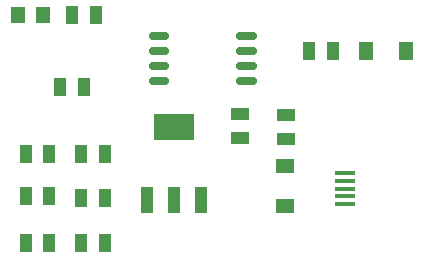
<source format=gtp>
G04 Layer: TopPasteMaskLayer*
G04 EasyEDA v6.3.53, 2020-06-11T19:48:03+08:00*
G04 f0918c685c5a4818851a522c051890eb,45e1048b23574a55a66a4e5d38cdb7dd,10*
G04 Gerber Generator version 0.2*
G04 Scale: 100 percent, Rotated: No, Reflected: No *
G04 Dimensions in inches *
G04 leading zeros omitted , absolute positions ,2 integer and 4 decimal *
%FSLAX24Y24*%
%MOIN*%
G90*
G70D02*

%ADD13C,0.025591*%
%ADD15R,0.051200X0.055100*%
%ADD16R,0.039370X0.061024*%
%ADD17R,0.061024X0.039370*%
%ADD18R,0.059055X0.051181*%
%ADD19R,0.051181X0.059055*%
%ADD20R,0.070866X0.016929*%
%ADD21R,0.137795X0.086614*%
%ADD22R,0.043307X0.086614*%

%LPD*%
G54D13*
G01X8200Y6600D02*
G01X8613Y6600D01*
G01X8200Y7100D02*
G01X8613Y7100D01*
G01X8200Y7600D02*
G01X8613Y7600D01*
G01X8200Y8100D02*
G01X8613Y8100D01*
G01X5286Y6600D02*
G01X5699Y6600D01*
G01X5286Y7100D02*
G01X5699Y7100D01*
G01X5286Y7600D02*
G01X5699Y7600D01*
G01X5286Y8100D02*
G01X5699Y8100D01*
G54D15*
G01X1613Y8800D03*
G01X786Y8800D03*
G54D16*
G01X2993Y6400D03*
G01X2206Y6400D03*
G54D17*
G01X9725Y4656D03*
G01X9725Y5443D03*
G54D16*
G01X11293Y7600D03*
G01X10506Y7600D03*
G54D18*
G01X9700Y2430D03*
G01X9700Y3769D03*
G54D19*
G01X13719Y7600D03*
G01X12380Y7600D03*
G54D16*
G01X2906Y2700D03*
G01X3693Y2700D03*
G01X1056Y4150D03*
G01X1843Y4150D03*
G01X2906Y1200D03*
G01X3693Y1200D03*
G01X2906Y4150D03*
G01X3693Y4150D03*
G01X1056Y2750D03*
G01X1843Y2750D03*
G01X1056Y1200D03*
G01X1843Y1200D03*
G54D20*
G01X11709Y3511D03*
G01X11709Y3255D03*
G01X11709Y3000D03*
G01X11709Y2744D03*
G01X11709Y2488D03*
G54D21*
G01X6000Y5069D03*
G54D22*
G01X6905Y2630D03*
G01X6000Y2630D03*
G01X5094Y2630D03*
G54D17*
G01X8200Y4706D03*
G01X8200Y5493D03*
G54D16*
G01X2606Y8800D03*
G01X3393Y8800D03*
M00*
M02*

</source>
